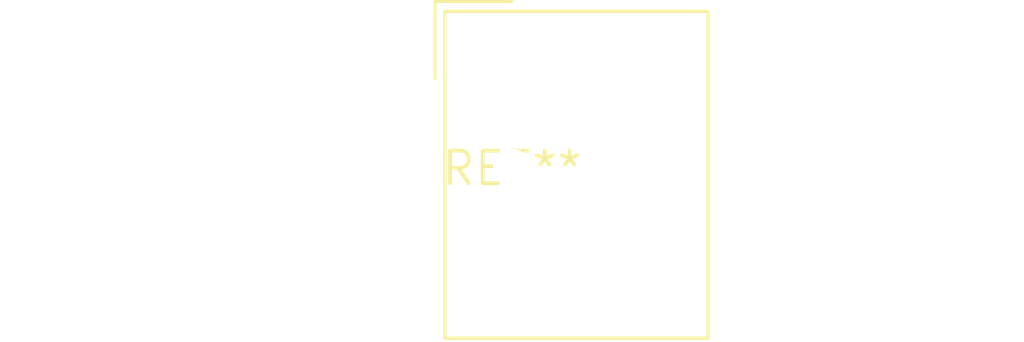
<source format=kicad_pcb>
(kicad_pcb (version 20240108) (generator pcbnew)
  (layers (0 "F.Cu" signal) (31 "B.Cu" signal) (34 "B.Paste" user) (35 "F.Paste" user) (36 "B.SilkS" user "B.Silkscreen") (37 "F.SilkS" user "F.Silkscreen") (38 "B.Mask" user) (39 "F.Mask" user) (44 "Edge.Cuts" user))
  (net 0 "")
  (footprint "Altech_AK300_1x02_P5.00mm_45-Degree" (layer "F.Cu") (at 0 0)
    (property "Reference" "REF**")
    (property "Value" "Altech_AK300_1x02_P5.00mm_45-Degree")
    (fp_line (start -3 -6.5) (end 0 -6.5) (layer "F.SilkS") (stroke (width 0.12)))
    (fp_line (start -3 -3.5) (end -3 -6.5) (layer "F.SilkS") (stroke (width 0.12)))
    (fp_line (start -2.62 -6.12) (end -2.62 6.62) (layer "F.SilkS") (stroke (width 0.12)))
    (fp_line (start -2.62 -6.12) (end -2.62 6.62) (layer "F.SilkS") (stroke (width 0.12)))
    (fp_line (start -2.62 -6.12) (end 7.62 -6.12) (layer "F.SilkS") (stroke (width 0.12)))
    (fp_line (start -2.62 -6.12) (end 7.62 -6.12) (layer "F.SilkS") (stroke (width 0.12)))
    (fp_line (start -2.62 6.62) (end 7.62 6.62) (layer "F.SilkS") (stroke (width 0.12)))
    (fp_line (start -2.62 6.62) (end 7.62 6.62) (layer "F.SilkS") (stroke (width 0.12)))
    (fp_line (start 7.62 -6.12) (end 7.62 6.62) (layer "F.SilkS") (stroke (width 0.12)))
    (fp_line (start 7.62 -6.12) (end 7.62 6.62) (layer "F.SilkS") (stroke (width 0.12)))
    (pad "1" thru_hole rect (at 0 0) (size 3 3) (drill 1.5) (layers *.Cu *.Mask) (remove_unused_layers))
    (pad "2" thru_hole circle (at 5 0) (size 3 3) (drill 1.5) (layers *.Cu *.Mask) (remove_unused_layers))
  )
)
</source>
